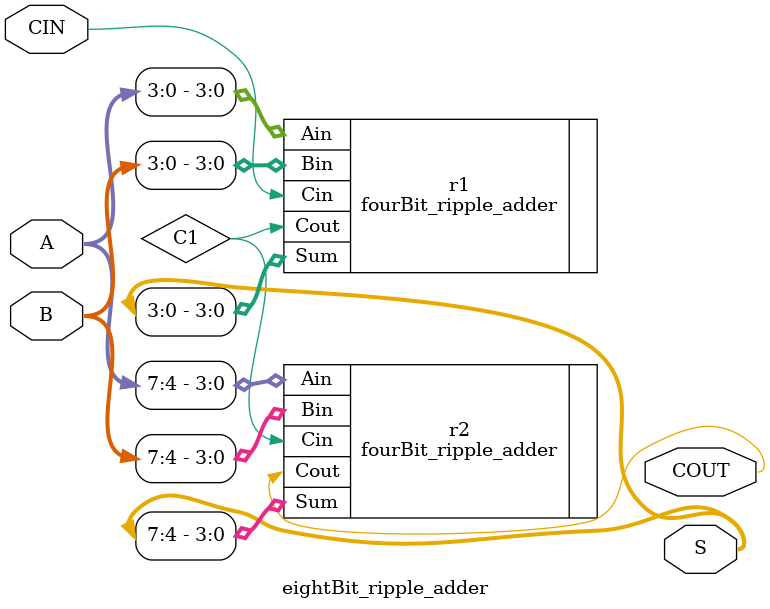
<source format=v>

module eightBit_ripple_adder(A, B, CIN, S, COUT);

    input [7:0] A, B;
    input CIN;
    output [7:0] S;
    output COUT;
    wire C1;

    // instantiate 2 four-bit ripple carry adders
    fourBit_ripple_adder r1(
	.Ain(A[3:0]),
	.Bin(B[3:0]),
	.Cin(CIN),
	.Sum(S[3:0]),
	.Cout(C1)
    );

    fourBit_ripple_adder r2(
	.Ain(A[7:4]),
	.Bin(B[7:4]),
	.Cin(C1),
	.Sum(S[7:4]),
	.Cout(COUT)
    );

endmodule

</source>
